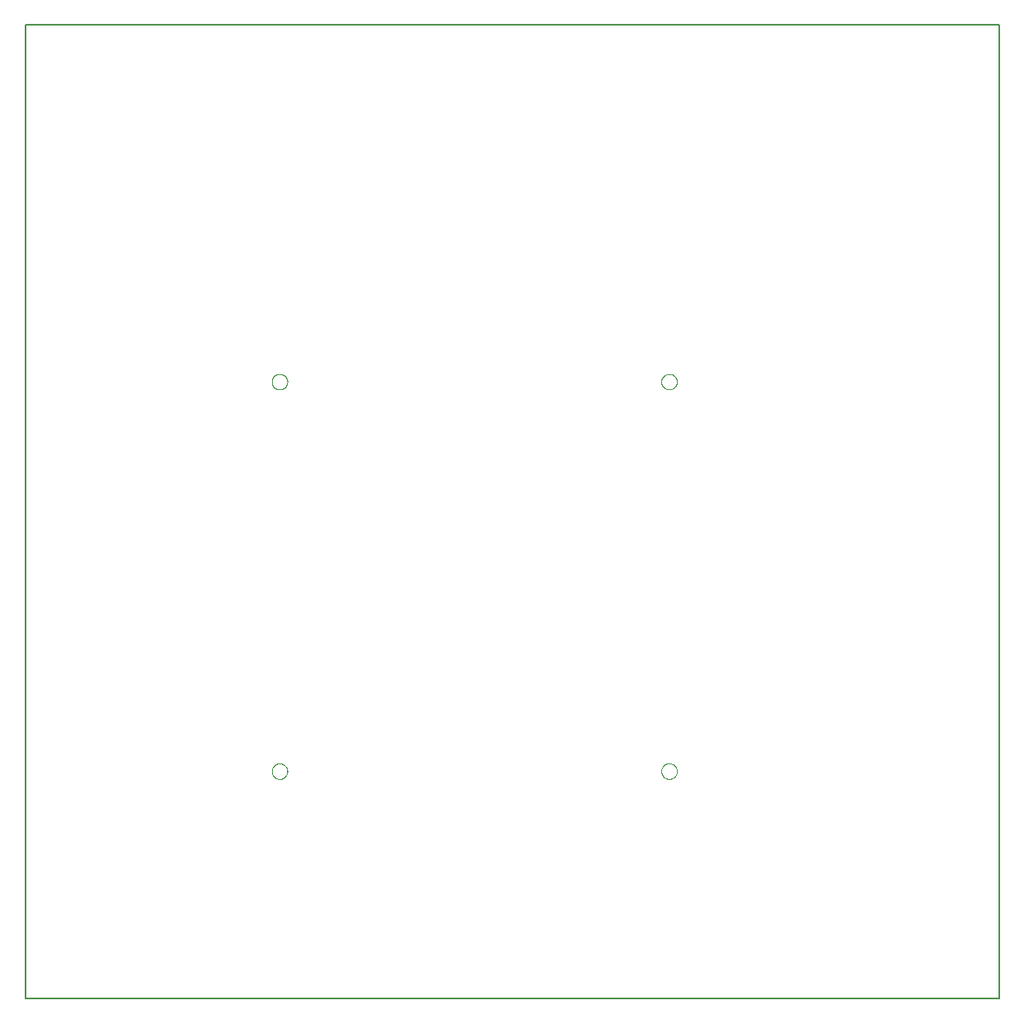
<source format=gbo>
G75*
%MOIN*%
%OFA0B0*%
%FSLAX25Y25*%
%IPPOS*%
%LPD*%
%AMOC8*
5,1,8,0,0,1.08239X$1,22.5*
%
%ADD10C,0.00800*%
%ADD11C,0.00000*%
D10*
X0075655Y0047033D02*
X0469356Y0047033D01*
X0469356Y0440734D01*
X0075655Y0440734D01*
X0075655Y0047033D01*
D11*
X0175261Y0138962D02*
X0175263Y0139074D01*
X0175269Y0139185D01*
X0175279Y0139297D01*
X0175293Y0139408D01*
X0175310Y0139518D01*
X0175332Y0139628D01*
X0175358Y0139737D01*
X0175387Y0139845D01*
X0175420Y0139951D01*
X0175457Y0140057D01*
X0175498Y0140161D01*
X0175543Y0140264D01*
X0175591Y0140365D01*
X0175642Y0140464D01*
X0175697Y0140561D01*
X0175756Y0140656D01*
X0175817Y0140750D01*
X0175882Y0140841D01*
X0175951Y0140929D01*
X0176022Y0141015D01*
X0176096Y0141099D01*
X0176174Y0141179D01*
X0176254Y0141257D01*
X0176337Y0141333D01*
X0176422Y0141405D01*
X0176510Y0141474D01*
X0176600Y0141540D01*
X0176693Y0141602D01*
X0176788Y0141662D01*
X0176885Y0141718D01*
X0176983Y0141770D01*
X0177084Y0141819D01*
X0177186Y0141864D01*
X0177290Y0141906D01*
X0177395Y0141944D01*
X0177502Y0141978D01*
X0177609Y0142008D01*
X0177718Y0142035D01*
X0177827Y0142057D01*
X0177938Y0142076D01*
X0178048Y0142091D01*
X0178160Y0142102D01*
X0178271Y0142109D01*
X0178383Y0142112D01*
X0178495Y0142111D01*
X0178607Y0142106D01*
X0178718Y0142097D01*
X0178829Y0142084D01*
X0178940Y0142067D01*
X0179050Y0142047D01*
X0179159Y0142022D01*
X0179267Y0141994D01*
X0179374Y0141961D01*
X0179480Y0141925D01*
X0179584Y0141885D01*
X0179687Y0141842D01*
X0179789Y0141795D01*
X0179888Y0141744D01*
X0179986Y0141690D01*
X0180082Y0141632D01*
X0180176Y0141571D01*
X0180267Y0141507D01*
X0180356Y0141440D01*
X0180443Y0141369D01*
X0180527Y0141295D01*
X0180609Y0141219D01*
X0180687Y0141139D01*
X0180763Y0141057D01*
X0180836Y0140972D01*
X0180906Y0140885D01*
X0180972Y0140795D01*
X0181036Y0140703D01*
X0181096Y0140609D01*
X0181153Y0140513D01*
X0181206Y0140414D01*
X0181256Y0140314D01*
X0181302Y0140213D01*
X0181345Y0140109D01*
X0181384Y0140004D01*
X0181419Y0139898D01*
X0181450Y0139791D01*
X0181478Y0139682D01*
X0181501Y0139573D01*
X0181521Y0139463D01*
X0181537Y0139352D01*
X0181549Y0139241D01*
X0181557Y0139130D01*
X0181561Y0139018D01*
X0181561Y0138906D01*
X0181557Y0138794D01*
X0181549Y0138683D01*
X0181537Y0138572D01*
X0181521Y0138461D01*
X0181501Y0138351D01*
X0181478Y0138242D01*
X0181450Y0138133D01*
X0181419Y0138026D01*
X0181384Y0137920D01*
X0181345Y0137815D01*
X0181302Y0137711D01*
X0181256Y0137610D01*
X0181206Y0137510D01*
X0181153Y0137411D01*
X0181096Y0137315D01*
X0181036Y0137221D01*
X0180972Y0137129D01*
X0180906Y0137039D01*
X0180836Y0136952D01*
X0180763Y0136867D01*
X0180687Y0136785D01*
X0180609Y0136705D01*
X0180527Y0136629D01*
X0180443Y0136555D01*
X0180356Y0136484D01*
X0180267Y0136417D01*
X0180176Y0136353D01*
X0180082Y0136292D01*
X0179986Y0136234D01*
X0179888Y0136180D01*
X0179789Y0136129D01*
X0179687Y0136082D01*
X0179584Y0136039D01*
X0179480Y0135999D01*
X0179374Y0135963D01*
X0179267Y0135930D01*
X0179159Y0135902D01*
X0179050Y0135877D01*
X0178940Y0135857D01*
X0178829Y0135840D01*
X0178718Y0135827D01*
X0178607Y0135818D01*
X0178495Y0135813D01*
X0178383Y0135812D01*
X0178271Y0135815D01*
X0178160Y0135822D01*
X0178048Y0135833D01*
X0177938Y0135848D01*
X0177827Y0135867D01*
X0177718Y0135889D01*
X0177609Y0135916D01*
X0177502Y0135946D01*
X0177395Y0135980D01*
X0177290Y0136018D01*
X0177186Y0136060D01*
X0177084Y0136105D01*
X0176983Y0136154D01*
X0176885Y0136206D01*
X0176788Y0136262D01*
X0176693Y0136322D01*
X0176600Y0136384D01*
X0176510Y0136450D01*
X0176422Y0136519D01*
X0176337Y0136591D01*
X0176254Y0136667D01*
X0176174Y0136745D01*
X0176096Y0136825D01*
X0176022Y0136909D01*
X0175951Y0136995D01*
X0175882Y0137083D01*
X0175817Y0137174D01*
X0175756Y0137268D01*
X0175697Y0137363D01*
X0175642Y0137460D01*
X0175591Y0137559D01*
X0175543Y0137660D01*
X0175498Y0137763D01*
X0175457Y0137867D01*
X0175420Y0137973D01*
X0175387Y0138079D01*
X0175358Y0138187D01*
X0175332Y0138296D01*
X0175310Y0138406D01*
X0175293Y0138516D01*
X0175279Y0138627D01*
X0175269Y0138739D01*
X0175263Y0138850D01*
X0175261Y0138962D01*
X0332741Y0138962D02*
X0332743Y0139074D01*
X0332749Y0139185D01*
X0332759Y0139297D01*
X0332773Y0139408D01*
X0332790Y0139518D01*
X0332812Y0139628D01*
X0332838Y0139737D01*
X0332867Y0139845D01*
X0332900Y0139951D01*
X0332937Y0140057D01*
X0332978Y0140161D01*
X0333023Y0140264D01*
X0333071Y0140365D01*
X0333122Y0140464D01*
X0333177Y0140561D01*
X0333236Y0140656D01*
X0333297Y0140750D01*
X0333362Y0140841D01*
X0333431Y0140929D01*
X0333502Y0141015D01*
X0333576Y0141099D01*
X0333654Y0141179D01*
X0333734Y0141257D01*
X0333817Y0141333D01*
X0333902Y0141405D01*
X0333990Y0141474D01*
X0334080Y0141540D01*
X0334173Y0141602D01*
X0334268Y0141662D01*
X0334365Y0141718D01*
X0334463Y0141770D01*
X0334564Y0141819D01*
X0334666Y0141864D01*
X0334770Y0141906D01*
X0334875Y0141944D01*
X0334982Y0141978D01*
X0335089Y0142008D01*
X0335198Y0142035D01*
X0335307Y0142057D01*
X0335418Y0142076D01*
X0335528Y0142091D01*
X0335640Y0142102D01*
X0335751Y0142109D01*
X0335863Y0142112D01*
X0335975Y0142111D01*
X0336087Y0142106D01*
X0336198Y0142097D01*
X0336309Y0142084D01*
X0336420Y0142067D01*
X0336530Y0142047D01*
X0336639Y0142022D01*
X0336747Y0141994D01*
X0336854Y0141961D01*
X0336960Y0141925D01*
X0337064Y0141885D01*
X0337167Y0141842D01*
X0337269Y0141795D01*
X0337368Y0141744D01*
X0337466Y0141690D01*
X0337562Y0141632D01*
X0337656Y0141571D01*
X0337747Y0141507D01*
X0337836Y0141440D01*
X0337923Y0141369D01*
X0338007Y0141295D01*
X0338089Y0141219D01*
X0338167Y0141139D01*
X0338243Y0141057D01*
X0338316Y0140972D01*
X0338386Y0140885D01*
X0338452Y0140795D01*
X0338516Y0140703D01*
X0338576Y0140609D01*
X0338633Y0140513D01*
X0338686Y0140414D01*
X0338736Y0140314D01*
X0338782Y0140213D01*
X0338825Y0140109D01*
X0338864Y0140004D01*
X0338899Y0139898D01*
X0338930Y0139791D01*
X0338958Y0139682D01*
X0338981Y0139573D01*
X0339001Y0139463D01*
X0339017Y0139352D01*
X0339029Y0139241D01*
X0339037Y0139130D01*
X0339041Y0139018D01*
X0339041Y0138906D01*
X0339037Y0138794D01*
X0339029Y0138683D01*
X0339017Y0138572D01*
X0339001Y0138461D01*
X0338981Y0138351D01*
X0338958Y0138242D01*
X0338930Y0138133D01*
X0338899Y0138026D01*
X0338864Y0137920D01*
X0338825Y0137815D01*
X0338782Y0137711D01*
X0338736Y0137610D01*
X0338686Y0137510D01*
X0338633Y0137411D01*
X0338576Y0137315D01*
X0338516Y0137221D01*
X0338452Y0137129D01*
X0338386Y0137039D01*
X0338316Y0136952D01*
X0338243Y0136867D01*
X0338167Y0136785D01*
X0338089Y0136705D01*
X0338007Y0136629D01*
X0337923Y0136555D01*
X0337836Y0136484D01*
X0337747Y0136417D01*
X0337656Y0136353D01*
X0337562Y0136292D01*
X0337466Y0136234D01*
X0337368Y0136180D01*
X0337269Y0136129D01*
X0337167Y0136082D01*
X0337064Y0136039D01*
X0336960Y0135999D01*
X0336854Y0135963D01*
X0336747Y0135930D01*
X0336639Y0135902D01*
X0336530Y0135877D01*
X0336420Y0135857D01*
X0336309Y0135840D01*
X0336198Y0135827D01*
X0336087Y0135818D01*
X0335975Y0135813D01*
X0335863Y0135812D01*
X0335751Y0135815D01*
X0335640Y0135822D01*
X0335528Y0135833D01*
X0335418Y0135848D01*
X0335307Y0135867D01*
X0335198Y0135889D01*
X0335089Y0135916D01*
X0334982Y0135946D01*
X0334875Y0135980D01*
X0334770Y0136018D01*
X0334666Y0136060D01*
X0334564Y0136105D01*
X0334463Y0136154D01*
X0334365Y0136206D01*
X0334268Y0136262D01*
X0334173Y0136322D01*
X0334080Y0136384D01*
X0333990Y0136450D01*
X0333902Y0136519D01*
X0333817Y0136591D01*
X0333734Y0136667D01*
X0333654Y0136745D01*
X0333576Y0136825D01*
X0333502Y0136909D01*
X0333431Y0136995D01*
X0333362Y0137083D01*
X0333297Y0137174D01*
X0333236Y0137268D01*
X0333177Y0137363D01*
X0333122Y0137460D01*
X0333071Y0137559D01*
X0333023Y0137660D01*
X0332978Y0137763D01*
X0332937Y0137867D01*
X0332900Y0137973D01*
X0332867Y0138079D01*
X0332838Y0138187D01*
X0332812Y0138296D01*
X0332790Y0138406D01*
X0332773Y0138516D01*
X0332759Y0138627D01*
X0332749Y0138739D01*
X0332743Y0138850D01*
X0332741Y0138962D01*
X0332741Y0296443D02*
X0332743Y0296555D01*
X0332749Y0296666D01*
X0332759Y0296778D01*
X0332773Y0296889D01*
X0332790Y0296999D01*
X0332812Y0297109D01*
X0332838Y0297218D01*
X0332867Y0297326D01*
X0332900Y0297432D01*
X0332937Y0297538D01*
X0332978Y0297642D01*
X0333023Y0297745D01*
X0333071Y0297846D01*
X0333122Y0297945D01*
X0333177Y0298042D01*
X0333236Y0298137D01*
X0333297Y0298231D01*
X0333362Y0298322D01*
X0333431Y0298410D01*
X0333502Y0298496D01*
X0333576Y0298580D01*
X0333654Y0298660D01*
X0333734Y0298738D01*
X0333817Y0298814D01*
X0333902Y0298886D01*
X0333990Y0298955D01*
X0334080Y0299021D01*
X0334173Y0299083D01*
X0334268Y0299143D01*
X0334365Y0299199D01*
X0334463Y0299251D01*
X0334564Y0299300D01*
X0334666Y0299345D01*
X0334770Y0299387D01*
X0334875Y0299425D01*
X0334982Y0299459D01*
X0335089Y0299489D01*
X0335198Y0299516D01*
X0335307Y0299538D01*
X0335418Y0299557D01*
X0335528Y0299572D01*
X0335640Y0299583D01*
X0335751Y0299590D01*
X0335863Y0299593D01*
X0335975Y0299592D01*
X0336087Y0299587D01*
X0336198Y0299578D01*
X0336309Y0299565D01*
X0336420Y0299548D01*
X0336530Y0299528D01*
X0336639Y0299503D01*
X0336747Y0299475D01*
X0336854Y0299442D01*
X0336960Y0299406D01*
X0337064Y0299366D01*
X0337167Y0299323D01*
X0337269Y0299276D01*
X0337368Y0299225D01*
X0337466Y0299171D01*
X0337562Y0299113D01*
X0337656Y0299052D01*
X0337747Y0298988D01*
X0337836Y0298921D01*
X0337923Y0298850D01*
X0338007Y0298776D01*
X0338089Y0298700D01*
X0338167Y0298620D01*
X0338243Y0298538D01*
X0338316Y0298453D01*
X0338386Y0298366D01*
X0338452Y0298276D01*
X0338516Y0298184D01*
X0338576Y0298090D01*
X0338633Y0297994D01*
X0338686Y0297895D01*
X0338736Y0297795D01*
X0338782Y0297694D01*
X0338825Y0297590D01*
X0338864Y0297485D01*
X0338899Y0297379D01*
X0338930Y0297272D01*
X0338958Y0297163D01*
X0338981Y0297054D01*
X0339001Y0296944D01*
X0339017Y0296833D01*
X0339029Y0296722D01*
X0339037Y0296611D01*
X0339041Y0296499D01*
X0339041Y0296387D01*
X0339037Y0296275D01*
X0339029Y0296164D01*
X0339017Y0296053D01*
X0339001Y0295942D01*
X0338981Y0295832D01*
X0338958Y0295723D01*
X0338930Y0295614D01*
X0338899Y0295507D01*
X0338864Y0295401D01*
X0338825Y0295296D01*
X0338782Y0295192D01*
X0338736Y0295091D01*
X0338686Y0294991D01*
X0338633Y0294892D01*
X0338576Y0294796D01*
X0338516Y0294702D01*
X0338452Y0294610D01*
X0338386Y0294520D01*
X0338316Y0294433D01*
X0338243Y0294348D01*
X0338167Y0294266D01*
X0338089Y0294186D01*
X0338007Y0294110D01*
X0337923Y0294036D01*
X0337836Y0293965D01*
X0337747Y0293898D01*
X0337656Y0293834D01*
X0337562Y0293773D01*
X0337466Y0293715D01*
X0337368Y0293661D01*
X0337269Y0293610D01*
X0337167Y0293563D01*
X0337064Y0293520D01*
X0336960Y0293480D01*
X0336854Y0293444D01*
X0336747Y0293411D01*
X0336639Y0293383D01*
X0336530Y0293358D01*
X0336420Y0293338D01*
X0336309Y0293321D01*
X0336198Y0293308D01*
X0336087Y0293299D01*
X0335975Y0293294D01*
X0335863Y0293293D01*
X0335751Y0293296D01*
X0335640Y0293303D01*
X0335528Y0293314D01*
X0335418Y0293329D01*
X0335307Y0293348D01*
X0335198Y0293370D01*
X0335089Y0293397D01*
X0334982Y0293427D01*
X0334875Y0293461D01*
X0334770Y0293499D01*
X0334666Y0293541D01*
X0334564Y0293586D01*
X0334463Y0293635D01*
X0334365Y0293687D01*
X0334268Y0293743D01*
X0334173Y0293803D01*
X0334080Y0293865D01*
X0333990Y0293931D01*
X0333902Y0294000D01*
X0333817Y0294072D01*
X0333734Y0294148D01*
X0333654Y0294226D01*
X0333576Y0294306D01*
X0333502Y0294390D01*
X0333431Y0294476D01*
X0333362Y0294564D01*
X0333297Y0294655D01*
X0333236Y0294749D01*
X0333177Y0294844D01*
X0333122Y0294941D01*
X0333071Y0295040D01*
X0333023Y0295141D01*
X0332978Y0295244D01*
X0332937Y0295348D01*
X0332900Y0295454D01*
X0332867Y0295560D01*
X0332838Y0295668D01*
X0332812Y0295777D01*
X0332790Y0295887D01*
X0332773Y0295997D01*
X0332759Y0296108D01*
X0332749Y0296220D01*
X0332743Y0296331D01*
X0332741Y0296443D01*
X0175261Y0296443D02*
X0175263Y0296555D01*
X0175269Y0296666D01*
X0175279Y0296778D01*
X0175293Y0296889D01*
X0175310Y0296999D01*
X0175332Y0297109D01*
X0175358Y0297218D01*
X0175387Y0297326D01*
X0175420Y0297432D01*
X0175457Y0297538D01*
X0175498Y0297642D01*
X0175543Y0297745D01*
X0175591Y0297846D01*
X0175642Y0297945D01*
X0175697Y0298042D01*
X0175756Y0298137D01*
X0175817Y0298231D01*
X0175882Y0298322D01*
X0175951Y0298410D01*
X0176022Y0298496D01*
X0176096Y0298580D01*
X0176174Y0298660D01*
X0176254Y0298738D01*
X0176337Y0298814D01*
X0176422Y0298886D01*
X0176510Y0298955D01*
X0176600Y0299021D01*
X0176693Y0299083D01*
X0176788Y0299143D01*
X0176885Y0299199D01*
X0176983Y0299251D01*
X0177084Y0299300D01*
X0177186Y0299345D01*
X0177290Y0299387D01*
X0177395Y0299425D01*
X0177502Y0299459D01*
X0177609Y0299489D01*
X0177718Y0299516D01*
X0177827Y0299538D01*
X0177938Y0299557D01*
X0178048Y0299572D01*
X0178160Y0299583D01*
X0178271Y0299590D01*
X0178383Y0299593D01*
X0178495Y0299592D01*
X0178607Y0299587D01*
X0178718Y0299578D01*
X0178829Y0299565D01*
X0178940Y0299548D01*
X0179050Y0299528D01*
X0179159Y0299503D01*
X0179267Y0299475D01*
X0179374Y0299442D01*
X0179480Y0299406D01*
X0179584Y0299366D01*
X0179687Y0299323D01*
X0179789Y0299276D01*
X0179888Y0299225D01*
X0179986Y0299171D01*
X0180082Y0299113D01*
X0180176Y0299052D01*
X0180267Y0298988D01*
X0180356Y0298921D01*
X0180443Y0298850D01*
X0180527Y0298776D01*
X0180609Y0298700D01*
X0180687Y0298620D01*
X0180763Y0298538D01*
X0180836Y0298453D01*
X0180906Y0298366D01*
X0180972Y0298276D01*
X0181036Y0298184D01*
X0181096Y0298090D01*
X0181153Y0297994D01*
X0181206Y0297895D01*
X0181256Y0297795D01*
X0181302Y0297694D01*
X0181345Y0297590D01*
X0181384Y0297485D01*
X0181419Y0297379D01*
X0181450Y0297272D01*
X0181478Y0297163D01*
X0181501Y0297054D01*
X0181521Y0296944D01*
X0181537Y0296833D01*
X0181549Y0296722D01*
X0181557Y0296611D01*
X0181561Y0296499D01*
X0181561Y0296387D01*
X0181557Y0296275D01*
X0181549Y0296164D01*
X0181537Y0296053D01*
X0181521Y0295942D01*
X0181501Y0295832D01*
X0181478Y0295723D01*
X0181450Y0295614D01*
X0181419Y0295507D01*
X0181384Y0295401D01*
X0181345Y0295296D01*
X0181302Y0295192D01*
X0181256Y0295091D01*
X0181206Y0294991D01*
X0181153Y0294892D01*
X0181096Y0294796D01*
X0181036Y0294702D01*
X0180972Y0294610D01*
X0180906Y0294520D01*
X0180836Y0294433D01*
X0180763Y0294348D01*
X0180687Y0294266D01*
X0180609Y0294186D01*
X0180527Y0294110D01*
X0180443Y0294036D01*
X0180356Y0293965D01*
X0180267Y0293898D01*
X0180176Y0293834D01*
X0180082Y0293773D01*
X0179986Y0293715D01*
X0179888Y0293661D01*
X0179789Y0293610D01*
X0179687Y0293563D01*
X0179584Y0293520D01*
X0179480Y0293480D01*
X0179374Y0293444D01*
X0179267Y0293411D01*
X0179159Y0293383D01*
X0179050Y0293358D01*
X0178940Y0293338D01*
X0178829Y0293321D01*
X0178718Y0293308D01*
X0178607Y0293299D01*
X0178495Y0293294D01*
X0178383Y0293293D01*
X0178271Y0293296D01*
X0178160Y0293303D01*
X0178048Y0293314D01*
X0177938Y0293329D01*
X0177827Y0293348D01*
X0177718Y0293370D01*
X0177609Y0293397D01*
X0177502Y0293427D01*
X0177395Y0293461D01*
X0177290Y0293499D01*
X0177186Y0293541D01*
X0177084Y0293586D01*
X0176983Y0293635D01*
X0176885Y0293687D01*
X0176788Y0293743D01*
X0176693Y0293803D01*
X0176600Y0293865D01*
X0176510Y0293931D01*
X0176422Y0294000D01*
X0176337Y0294072D01*
X0176254Y0294148D01*
X0176174Y0294226D01*
X0176096Y0294306D01*
X0176022Y0294390D01*
X0175951Y0294476D01*
X0175882Y0294564D01*
X0175817Y0294655D01*
X0175756Y0294749D01*
X0175697Y0294844D01*
X0175642Y0294941D01*
X0175591Y0295040D01*
X0175543Y0295141D01*
X0175498Y0295244D01*
X0175457Y0295348D01*
X0175420Y0295454D01*
X0175387Y0295560D01*
X0175358Y0295668D01*
X0175332Y0295777D01*
X0175310Y0295887D01*
X0175293Y0295997D01*
X0175279Y0296108D01*
X0175269Y0296220D01*
X0175263Y0296331D01*
X0175261Y0296443D01*
M02*

</source>
